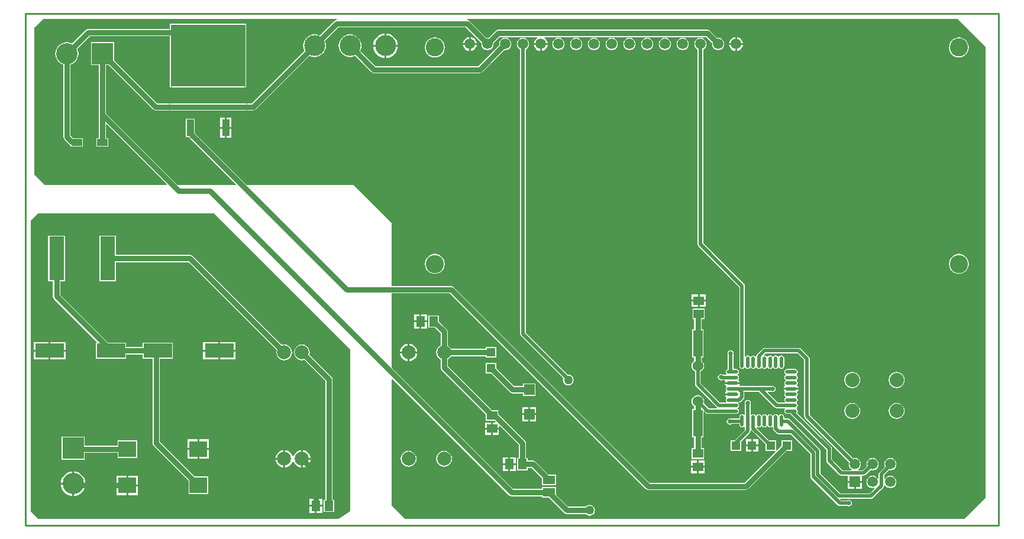
<source format=gtl>
%FSTAX23Y23*%
%MOIN*%
%SFA1B1*%

%IPPOS*%
%ADD10R,0.084645X0.248031*%
%ADD11R,0.059055X0.059055*%
%ADD12R,0.070000X0.050000*%
%ADD13R,0.051181X0.059055*%
%ADD14R,0.161417X0.078740*%
%ADD15R,0.100000X0.090000*%
%ADD16R,0.050000X0.050000*%
%ADD17R,0.059055X0.051181*%
%ADD18R,0.041339X0.094488*%
%ADD19R,0.419291X0.350393*%
%ADD20R,0.050000X0.050000*%
%ADD21O,0.064960X0.021654*%
%ADD22O,0.021654X0.064960*%
%ADD23R,0.055000X0.150000*%
%ADD24R,0.059055X0.039370*%
%ADD25C,0.020000*%
%ADD26C,0.030000*%
%ADD27C,0.003937*%
%ADD28C,0.010000*%
%ADD29C,0.078740*%
%ADD30C,0.059055*%
%ADD31R,0.059055X0.059055*%
%ADD32C,0.060000*%
%ADD33C,0.080000*%
%ADD34C,0.118110*%
%ADD35R,0.120000X0.120000*%
%ADD36C,0.120000*%
%ADD37R,0.120000X0.120000*%
%ADD38C,0.102362*%
%ADD39C,0.025000*%
%ADD40C,0.050000*%
%LNdesafio_hardware_firmware_nathania-1*%
%LPD*%
G36*
X06765Y04965D02*
X0692Y0481D01*
Y02265*
X068Y02145*
X0365*
X03575Y0222*
Y02934*
X03579Y02936*
X04235Y0228*
X04242Y02276*
X0425Y02274*
X0442*
Y02265*
X04461*
X04545Y0218*
Y0218*
X04552Y02176*
X0456Y02174*
X04667*
X04668Y02173*
X04674Y02168*
X04682Y02165*
X0469Y02164*
X04697Y02165*
X04705Y02168*
X04711Y02173*
X04716Y02179*
X04719Y02187*
X0472Y02195*
X04719Y02202*
X04716Y0221*
X04711Y02216*
X04705Y02221*
X04697Y02224*
X0469Y02225*
X04682Y02224*
X04674Y02221*
X04668Y02216*
X04667Y02215*
X04568*
X045Y02283*
Y02325*
X0442*
Y02315*
X04258*
X03575Y02998*
Y03419*
X03901*
X05005Y02315*
X05012Y02311*
X0502Y02309*
X0557*
X05577Y02311*
X05584Y02315*
X05798Y0253*
X0583*
Y0259*
X0577*
Y02558*
X05745Y02533*
X0574Y02535*
Y0259*
X05701*
X05631Y0266*
X05631Y02661*
X05636Y02664*
X05636Y02664*
X05638Y02663*
X05644Y02661*
X0565Y02663*
X05655Y02666*
X05656Y02668*
X05663*
X05664Y02666*
X05669Y02663*
X05675Y02661*
X05681Y02663*
X05687Y02666*
X05688Y02668*
X05694*
X05695Y02666*
X05701Y02663*
X05707Y02661*
X05713Y02663*
X05718Y02666*
X05719Y02666*
X05723Y02664*
Y02656*
X05724Y0265*
X05727Y02645*
X05744Y02629*
X05749Y02625*
X05755Y02624*
X05823*
X05934Y02513*
Y02385*
X05935Y02379*
X05939Y02374*
X06089Y02224*
X06094Y0222*
X061Y02219*
X06141*
X06143Y02218*
X0615Y02217*
X06156Y02218*
X06162Y02222*
X06166Y02228*
X06167Y02235*
X06166Y02241*
X06162Y02247*
X06156Y02251*
X0615Y02252*
X06143Y02251*
X06141Y0225*
X06106*
X06101Y02255*
X06103Y02259*
X06275*
X0628Y0226*
X06285Y02264*
X06345Y02324*
X06349Y02329*
X0635Y02334*
Y02335*
X06353Y02336*
X06355Y02336*
X0636Y0233*
X06367Y02324*
X06375Y02321*
X06385Y0232*
X06394Y02321*
X06402Y02324*
X06409Y0233*
X06415Y02337*
X06418Y02345*
X06419Y02355*
X06418Y02364*
X06415Y02372*
X06409Y02379*
X06402Y02385*
X06394Y02388*
X06385Y02389*
X06375Y02388*
X06367Y02385*
X0636Y02379*
X06355Y02373*
X06353Y02373*
X0635Y02374*
Y02393*
X06377Y02421*
X06385Y0242*
X06394Y02421*
X06402Y02424*
X06409Y0243*
X06415Y02437*
X06418Y02445*
X06419Y02455*
X06418Y02464*
X06415Y02472*
X06409Y02479*
X06402Y02485*
X06394Y02488*
X06385Y02489*
X06375Y02488*
X06367Y02485*
X0636Y02479*
X06354Y02472*
X06351Y02464*
X0635Y02455*
X06351Y02445*
X06353Y0244*
X06324Y0241*
X0632Y02405*
X06319Y024*
Y02374*
X06316Y02373*
X06314Y02373*
X06309Y02379*
X06302Y02385*
X06294Y02388*
X06285Y02389*
X06275Y02388*
X06267Y02385*
X0626Y02379*
X06254Y02372*
X06251Y02364*
X0625Y02355*
X06251Y02345*
X06254Y02337*
X0626Y0233*
X06267Y02324*
X06275Y02321*
X06285Y0232*
X06292Y02321*
X06295Y02316*
X06268Y0229*
X06101*
X0599Y02401*
Y0253*
X05989Y02536*
X05985Y02541*
X05818Y02708*
X05813Y02711*
X05807Y02712*
X05786*
Y02721*
X05785Y02727*
X05781Y02732*
X05776Y02736*
X0577Y02737*
X05764Y02736*
X05758Y02732*
X05757Y0273*
X05751*
X0575Y02732*
X05744Y02736*
X05738Y02737*
X05732Y02736*
X05727Y02732*
X05726Y0273*
X05719*
X05718Y02732*
X05713Y02736*
X05707Y02737*
X05701Y02736*
X05695Y02732*
X05694Y0273*
X05688*
X05687Y02732*
X05681Y02736*
X05675Y02737*
X05669Y02736*
X05664Y02732*
X05663Y0273*
X05656*
X05655Y02732*
X0565Y02736*
X05644Y02737*
X05638Y02736*
X05632Y02732*
X05631Y0273*
X05625*
X05624Y02732*
X05618Y02736*
X05612Y02737*
X05606Y02736*
X05601Y02732*
X056Y02733*
X05596Y02734*
Y0279*
X05597Y02791*
X05599Y02798*
X05597Y02805*
X05593Y02811*
X05588Y02815*
X05581Y02816*
X05574Y02815*
X05568Y02811*
X05564Y02805*
X05563Y02798*
X05564Y02791*
X05565Y0279*
Y02734*
X05562Y02733*
X0556Y02732*
X05555Y02736*
X05549Y02737*
X05543Y02736*
X05538Y02732*
X05534Y02727*
X05533Y02721*
Y02712*
X05482*
X05481Y02712*
X0548Y02712*
X05473Y02711*
X05467Y02707*
X05463Y02701*
X05462Y02695*
X05463Y02688*
X05467Y02682*
X05473Y02678*
X0548Y02677*
X05486Y02678*
X05492Y02682*
X05533*
Y02677*
X05534Y02671*
X05538Y02666*
X05543Y02663*
X05549Y02661*
X05555Y02663*
X0556Y02666*
X05562Y02666*
X05565Y02664*
Y02647*
X05508Y0259*
X05485*
Y0253*
X05545*
Y02583*
X05592Y0263*
X05595Y02635*
X05596Y02641*
Y02645*
X05601Y02647*
X05601Y02646*
X0568Y02568*
Y0253*
X05734*
X05736Y02525*
X05561Y0235*
X05028*
X03924Y03454*
X03917Y03458*
X0391Y0346*
X03575*
Y03815*
X0336Y0403*
X02758*
X02465Y04323*
Y04404*
X02414*
Y043*
X02431*
X02696Y04034*
X02694Y0403*
X02368*
X01965Y04433*
Y04705*
X01981*
X0223Y04455*
X02237Y04451*
X02245Y04449*
X02795*
X02802Y04451*
X02809Y04455*
X03111Y04757*
X03115Y04755*
X03127Y04751*
X0314Y0475*
X03152Y04751*
X03164Y04755*
X03175Y04761*
X03185Y04769*
X03193Y04779*
X03199Y0479*
X03203Y04802*
X03204Y04815*
X03203Y04827*
X03199Y04839*
X03197Y04843*
X03273Y04919*
X03991*
X0408Y0483*
X0408Y04825*
X04081Y04815*
X04084Y04807*
X0409Y048*
X04097Y04794*
X04105Y04791*
X04115Y0479*
X04124Y04791*
X04132Y04794*
X04139Y048*
X04145Y04807*
X04148Y04815*
X04149Y04825*
X04149Y0483*
X04183Y04864*
X04213*
X04213Y04859*
X04211Y04859*
X04205Y04858*
X04197Y04855*
X0419Y04849*
X04184Y04842*
X04181Y04834*
X0418Y04825*
X0418Y04819*
X04061Y047*
X03483*
X03397Y04786*
X03399Y0479*
X03403Y04802*
X03404Y04815*
X03403Y04827*
X03399Y04839*
X03393Y0485*
X03385Y0486*
X03375Y04868*
X03364Y04874*
X03352Y04878*
X0334Y04879*
X03327Y04878*
X03315Y04874*
X03304Y04868*
X03294Y0486*
X03286Y0485*
X0328Y04839*
X03276Y04827*
X03275Y04815*
X03276Y04802*
X0328Y0479*
X03286Y04779*
X03294Y04769*
X03304Y04761*
X03315Y04755*
X03327Y04751*
X0334Y0475*
X03352Y04751*
X03364Y04755*
X03368Y04757*
X0346Y04665*
X03467Y04661*
X03475Y04659*
X0407*
X04077Y04661*
X04084Y04665*
X04209Y0479*
X04215Y0479*
X04224Y04791*
X04232Y04794*
X04239Y048*
X04245Y04807*
X04248Y04815*
X04249Y04825*
X04248Y04834*
X04245Y04842*
X04239Y04849*
X04232Y04855*
X04224Y04858*
X04218Y04859*
X04216Y04859*
X04216Y04864*
X04313*
X04313Y04859*
X04311Y04859*
X04305Y04858*
X04297Y04855*
X0429Y04849*
X04284Y04842*
X04281Y04834*
X0428Y04825*
X04281Y04815*
X04284Y04807*
X0429Y048*
X04297Y04794*
X04299Y04793*
Y0319*
X043Y03184*
X04304Y03179*
X04542Y02941*
X0454Y02937*
X04539Y0293*
X0454Y02922*
X04543Y02914*
X04548Y02908*
X04554Y02903*
X04562Y029*
X0457Y02899*
X04577Y029*
X04585Y02903*
X04591Y02908*
X04596Y02914*
X04599Y02922*
X046Y0293*
X04599Y02937*
X04596Y02945*
X04591Y02951*
X04585Y02956*
X04577Y02959*
X0457Y0296*
X04566Y02959*
X0433Y03196*
Y04793*
X04332Y04794*
X04339Y048*
X04345Y04807*
X04348Y04815*
X04349Y04825*
X04348Y04834*
X04345Y04842*
X04339Y04849*
X04332Y04855*
X04324Y04858*
X04318Y04859*
X04316Y04859*
X04316Y04864*
X04394*
X04395Y04859*
X04395Y04859*
X04386Y04853*
X0438Y04844*
X04376Y04835*
X04375Y0483*
X04454*
X04453Y04835*
X04449Y04844*
X04443Y04853*
X04434Y04859*
X04434Y04859*
X04435Y04864*
X04513*
X04513Y04859*
X04511Y04859*
X04505Y04858*
X04497Y04855*
X0449Y04849*
X04484Y04842*
X04481Y04834*
X0448Y04825*
X04481Y04815*
X04484Y04807*
X0449Y048*
X04497Y04794*
X04505Y04791*
X04515Y0479*
X04524Y04791*
X04532Y04794*
X04539Y048*
X04545Y04807*
X04548Y04815*
X04549Y04825*
X04548Y04834*
X04545Y04842*
X04539Y04849*
X04532Y04855*
X04524Y04858*
X04518Y04859*
X04516Y04859*
X04516Y04864*
X04613*
X04613Y04859*
X04611Y04859*
X04605Y04858*
X04597Y04855*
X0459Y04849*
X04584Y04842*
X04581Y04834*
X0458Y04825*
X04581Y04815*
X04584Y04807*
X0459Y048*
X04597Y04794*
X04605Y04791*
X04615Y0479*
X04624Y04791*
X04632Y04794*
X04639Y048*
X04645Y04807*
X04648Y04815*
X04649Y04825*
X04648Y04834*
X04645Y04842*
X04639Y04849*
X04632Y04855*
X04624Y04858*
X04618Y04859*
X04616Y04859*
X04616Y04864*
X04713*
X04713Y04859*
X04711Y04859*
X04705Y04858*
X04697Y04855*
X0469Y04849*
X04684Y04842*
X04681Y04834*
X0468Y04825*
X04681Y04815*
X04684Y04807*
X0469Y048*
X04697Y04794*
X04705Y04791*
X04715Y0479*
X04724Y04791*
X04732Y04794*
X04739Y048*
X04745Y04807*
X04748Y04815*
X04749Y04825*
X04748Y04834*
X04745Y04842*
X04739Y04849*
X04732Y04855*
X04724Y04858*
X04718Y04859*
X04716Y04859*
X04716Y04864*
X04813*
X04813Y04859*
X04811Y04859*
X04805Y04858*
X04797Y04855*
X0479Y04849*
X04784Y04842*
X04781Y04834*
X0478Y04825*
X04781Y04815*
X04784Y04807*
X0479Y048*
X04797Y04794*
X04805Y04791*
X04815Y0479*
X04824Y04791*
X04832Y04794*
X04839Y048*
X04845Y04807*
X04848Y04815*
X04849Y04825*
X04848Y04834*
X04845Y04842*
X04839Y04849*
X04832Y04855*
X04824Y04858*
X04818Y04859*
X04816Y04859*
X04816Y04864*
X04913*
X04913Y04859*
X04911Y04859*
X04905Y04858*
X04897Y04855*
X0489Y04849*
X04884Y04842*
X04881Y04834*
X0488Y04825*
X04881Y04815*
X04884Y04807*
X0489Y048*
X04897Y04794*
X04905Y04791*
X04915Y0479*
X04924Y04791*
X04932Y04794*
X04939Y048*
X04945Y04807*
X04948Y04815*
X04949Y04825*
X04948Y04834*
X04945Y04842*
X04939Y04849*
X04932Y04855*
X04924Y04858*
X04918Y04859*
X04916Y04859*
X04916Y04864*
X05013*
X05013Y04859*
X05011Y04859*
X05005Y04858*
X04997Y04855*
X0499Y04849*
X04984Y04842*
X04981Y04834*
X0498Y04825*
X04981Y04815*
X04984Y04807*
X0499Y048*
X04997Y04794*
X05005Y04791*
X05015Y0479*
X05024Y04791*
X05032Y04794*
X05039Y048*
X05045Y04807*
X05048Y04815*
X05049Y04825*
X05048Y04834*
X05045Y04842*
X05039Y04849*
X05032Y04855*
X05024Y04858*
X05018Y04859*
X05016Y04859*
X05016Y04864*
X05113*
X05113Y04859*
X05111Y04859*
X05105Y04858*
X05097Y04855*
X0509Y04849*
X05084Y04842*
X05081Y04834*
X0508Y04825*
X05081Y04815*
X05084Y04807*
X0509Y048*
X05097Y04794*
X05105Y04791*
X05115Y0479*
X05124Y04791*
X05132Y04794*
X05139Y048*
X05145Y04807*
X05148Y04815*
X05149Y04825*
X05148Y04834*
X05145Y04842*
X05139Y04849*
X05132Y04855*
X05124Y04858*
X05118Y04859*
X05116Y04859*
X05116Y04864*
X05213*
X05213Y04859*
X05211Y04859*
X05205Y04858*
X05197Y04855*
X0519Y04849*
X05184Y04842*
X05181Y04834*
X0518Y04825*
X05181Y04815*
X05184Y04807*
X0519Y048*
X05197Y04794*
X05205Y04791*
X05215Y0479*
X05224Y04791*
X05232Y04794*
X05239Y048*
X05245Y04807*
X05248Y04815*
X05249Y04825*
X05248Y04834*
X05245Y04842*
X05239Y04849*
X05232Y04855*
X05224Y04858*
X05218Y04859*
X05216Y04859*
X05216Y04864*
X05313*
X05313Y04859*
X05311Y04859*
X05305Y04858*
X05297Y04855*
X0529Y04849*
X05284Y04842*
X05281Y04834*
X0528Y04825*
X05281Y04815*
X05284Y04807*
X0529Y048*
X05297Y04794*
X05299Y04793*
Y03695*
X053Y03689*
X05304Y03684*
X05534Y03453*
Y03056*
X05533Y03052*
Y03008*
X05534Y03002*
X05538Y02997*
X05543Y02993*
X05549Y02992*
X05555Y02993*
X05561Y02997*
X05562Y02999*
X05568*
X05569Y02997*
X05575Y02993*
X05581Y02992*
X05587Y02993*
X05592Y02997*
X05594Y02999*
X056*
X05601Y02997*
X05606Y02993*
X05612Y02992*
X05618Y02993*
X05624Y02997*
X05625Y02999*
X05631*
X05632Y02997*
X05638Y02993*
X05644Y02992*
X0565Y02993*
X05655Y02997*
X05656Y02999*
X05663*
X05664Y02997*
X05669Y02993*
X05675Y02992*
X05681Y02993*
X05687Y02997*
X05688Y02999*
X05694*
X05695Y02997*
X05701Y02993*
X05707Y02992*
X05713Y02993*
X05718Y02997*
X05719Y02999*
X05726*
X05727Y02997*
X05732Y02993*
X05738Y02992*
X05744Y02993*
X0575Y02997*
X05751Y02999*
X05757*
X05758Y02997*
X05764Y02993*
X0577Y02992*
X05776Y02993*
X05781Y02997*
X05785Y03002*
X05786Y03008*
Y03052*
X05785Y03058*
X05781Y03063*
X05776Y03066*
X0577Y03068*
X05764Y03066*
X05758Y03063*
X05757Y03061*
X05751*
X0575Y03063*
X05744Y03066*
X05738Y03068*
X05732Y03066*
X05727Y03063*
X05726Y03061*
X05719*
X05718Y03063*
X05713Y03066*
X05707Y03068*
X05701Y03066*
X05695Y03063*
X05694Y03061*
X05688*
X05687Y03063*
X05681Y03066*
X05676Y03067*
X05675Y0307*
X05674Y03073*
X05681Y0308*
X05863*
X05899Y03043*
Y02725*
X059Y02719*
X05904Y02714*
X06152Y02466*
X06151Y02464*
X0615Y02455*
X06151Y02445*
X06154Y02437*
X0616Y0243*
X06166Y02425*
X06164Y0242*
X06115*
X06055Y02481*
Y02541*
X06054Y02547*
X0605Y02552*
X05859Y02744*
X05861Y02748*
X05863Y02754*
X05861Y0276*
X05858Y02766*
X05856Y02767*
Y02773*
X05858Y02774*
X05861Y0278*
X05863Y02786*
X05861Y02792*
X05858Y02797*
X05856Y02799*
Y02805*
X05858Y02806*
X05861Y02811*
X05863Y02817*
X05861Y02823*
X05858Y02829*
X05856Y0283*
Y02836*
X05858Y02837*
X05861Y02843*
X05863Y02849*
X05861Y02855*
X05859Y02858*
X0586Y02864*
X05862Y02865*
X05866Y02872*
X05867Y02875*
X05825*
X05783*
X05784Y02872*
X05788Y02865*
X0579Y02864*
X0579Y02858*
X05788Y02855*
X05787Y02849*
X05788Y02843*
X05792Y02837*
X05794Y02836*
Y0283*
X05792Y02829*
X05788Y02823*
X05787Y02817*
X05788Y02811*
X05792Y02806*
X05791Y02805*
X0579Y02801*
X0575*
X05691Y0286*
X05693Y02864*
X05711*
X05713Y02863*
X0572Y02862*
X05726Y02863*
X05732Y02867*
X05736Y02873*
X05737Y0288*
X05736Y02886*
X05732Y02892*
X05726Y02896*
X0572Y02897*
X05713Y02896*
X05711Y02895*
X05536*
X05534Y02898*
X05533Y029*
X05535Y02904*
X05536Y02907*
X05494*
X05452*
X05453Y02904*
X05457Y02897*
X05459Y02896*
X0546Y02889*
X05458Y02886*
X05456Y0288*
X05458Y02874*
X0546Y02871*
X05459Y02865*
X05457Y02864*
X05453Y02857*
X05452Y02854*
X05494*
Y02844*
X05452*
X05453Y02841*
X05457Y02834*
X05459Y02833*
X0546Y02826*
X05458Y02823*
X05456Y02817*
X05458Y02811*
X05461Y02806*
X05461Y02805*
X05459Y02801*
X05425*
X05315Y02911*
Y02978*
X05317Y02979*
X05324Y02985*
X0533Y02992*
X05334Y03*
X05335Y0301*
X05334Y03019*
X0533Y03027*
X05324Y03034*
X0532Y03038*
Y03055*
X05332*
Y03215*
X0532*
Y03272*
X05339*
Y03333*
X0527*
Y03272*
X05279*
Y03215*
X05267*
Y03055*
X05279*
Y03038*
X05275Y03034*
X05269Y03027*
X05265Y03019*
X05264Y0301*
X05265Y03*
X05269Y02992*
X05275Y02985*
X05282Y02979*
X05284Y02978*
Y02905*
X05285Y02899*
X05289Y02894*
X05407Y02775*
X05408Y02774*
X05407Y02769*
X05361*
X05333Y02798*
X05334Y028*
X05335Y0281*
X05334Y02819*
X0533Y02827*
X05324Y02834*
X05317Y0284*
X05309Y02844*
X053Y02845*
X0529Y02844*
X05282Y0284*
X05275Y02834*
X05269Y02827*
X05265Y02819*
X05264Y0281*
X05265Y028*
X05269Y02792*
X05275Y02785*
X05279Y02781*
Y02765*
X05267*
Y02605*
X05279*
Y02545*
X05265*
Y02484*
X05334*
Y02545*
X0532*
Y02605*
X05332*
Y02749*
X05337Y02751*
X05344Y02743*
X05349Y0274*
X05355Y02739*
X0547*
X05472Y02738*
X05516*
X05522Y02739*
X05527Y02743*
X05531Y02748*
X05532Y02754*
X05531Y0276*
X05527Y02766*
X05525Y02767*
Y02773*
X05527Y02774*
X05531Y0278*
X05532Y02786*
X05531Y02792*
X05527Y02797*
X05528Y02798*
X05529Y02802*
X05532*
X05538Y02803*
X05543Y02806*
X05557Y02821*
X05561Y02826*
X05562Y02832*
Y02864*
X05562Y02864*
X05643*
X05732Y02775*
X05737Y02772*
X05743Y0277*
X0579*
X05791Y02767*
X05792Y02765*
X05788Y0276*
X05787Y02754*
X05788Y02748*
X05792Y02743*
X05797Y02739*
X05803Y02738*
X05821*
X06024Y02535*
Y02475*
X06025Y02469*
X06029Y02464*
X06098Y02394*
X06103Y02391*
X06109Y0239*
X06145*
Y0236*
X06224*
Y0239*
X06235*
X06241Y02391*
X06246Y02394*
X06273Y02422*
X06275Y02421*
X06285Y0242*
X06294Y02421*
X06302Y02424*
X06309Y0243*
X06315Y02437*
X06318Y02445*
X06319Y02455*
X06318Y02464*
X06315Y02472*
X06309Y02479*
X06302Y02485*
X06294Y02488*
X06285Y02489*
X06275Y02488*
X06267Y02485*
X0626Y02479*
X06254Y02472*
X06251Y02464*
X0625Y02455*
X06251Y02445*
X06252Y02443*
X06229Y0242*
X06205*
X06203Y02425*
X06209Y0243*
X06215Y02437*
X06218Y02445*
X06219Y02455*
X06218Y02464*
X06215Y02472*
X06209Y02479*
X06202Y02485*
X06194Y02488*
X06185Y02489*
X06175Y02488*
X06173Y02487*
X0593Y02731*
Y0305*
X05929Y03055*
X05925Y0306*
X0588Y03106*
X05875Y03109*
X05869Y0311*
X05675*
X05669Y03109*
X05664Y03106*
X05633Y03075*
X0563Y0307*
X05629Y03065*
X05626Y03063*
X05623Y03063*
X05618Y03066*
X05612Y03068*
X05606Y03066*
X05601Y03063*
X056Y03061*
X05594*
X05592Y03063*
X05587Y03066*
X05581Y03068*
X05575Y03066*
X0557Y03063*
X05568Y03063*
X05565Y03065*
Y0346*
X05563Y03466*
X0556Y03471*
X0533Y03701*
Y04793*
X05332Y04794*
X05339Y048*
X05345Y04807*
X05348Y04815*
X05349Y04825*
X05348Y04834*
X05345Y04842*
X05339Y04849*
X05332Y04855*
X05324Y04858*
X05318Y04859*
X05316Y04859*
X05316Y04864*
X05346*
X0538Y0483*
X0538Y04825*
X05381Y04815*
X05384Y04807*
X0539Y048*
X05397Y04794*
X05405Y04791*
X05415Y0479*
X05424Y04791*
X05432Y04794*
X05439Y048*
X05445Y04807*
X05448Y04815*
X05449Y04825*
X05448Y04834*
X05445Y04842*
X05439Y04849*
X05432Y04855*
X05424Y04858*
X05415Y04859*
X05409Y04859*
X05369Y04899*
X05362Y04903*
X05355Y04905*
X04175*
X04167Y04903*
X0416Y04899*
X0412Y04859*
X04115Y04859*
X04109Y04859*
X04014Y04954*
X04007Y04958*
X04001Y0496*
X04001Y04965*
X06765*
G37*
G36*
X0334Y03104D02*
Y0219D01*
X0328Y0215*
X03265Y02145*
X01585*
X0154Y0219*
Y0383*
X0158Y0387*
X02575*
X0334Y03104*
G37*
G36*
X03263Y04965D02*
X03263Y0496D01*
X03257Y04958*
X0325Y04954*
X03168Y04872*
X03164Y04874*
X03152Y04878*
X0314Y04879*
X03127Y04878*
X03115Y04874*
X03104Y04868*
X03094Y0486*
X03086Y0485*
X0308Y04839*
X03076Y04827*
X03075Y04815*
X03076Y04802*
X0308Y0479*
X03082Y04786*
X02786Y0449*
X02253*
X0201Y04733*
Y04835*
X0188*
Y04705*
X01924*
Y04425*
Y04294*
X0191*
Y04245*
X01979*
Y04294*
X01965*
Y04369*
X0197Y04371*
X02306Y04034*
X02304Y0403*
X0162*
X0156Y0409*
Y0492*
X01565*
X0161Y04965*
X03263*
G37*
%LNdesafio_hardware_firmware_nathania-2*%
%LPC*%
G36*
X0564Y02555D02*
X0561D01*
Y02525*
X0564*
Y02555*
G37*
G36*
X056D02*
X0557D01*
Y02525*
X056*
Y02555*
G37*
G36*
X04273Y02494D02*
X04242D01*
Y0246*
X04273*
Y02494*
G37*
G36*
X04232D02*
X04202D01*
Y0246*
X04232*
Y02494*
G37*
G36*
X05339Y02475D02*
X05305D01*
Y02445*
X05339*
Y02475*
G37*
G36*
X0617Y028D02*
X06158Y02798D01*
X06147Y02794*
X06137Y02787*
X0613Y02777*
X06126Y02766*
X06124Y02755*
X06126Y02743*
X0613Y02732*
X06137Y02722*
X06147Y02715*
X06158Y02711*
X0617Y02709*
X06181Y02711*
X06192Y02715*
X06202Y02722*
X06209Y02732*
X06213Y02743*
X06215Y02755*
X06213Y02766*
X06209Y02777*
X06202Y02787*
X06192Y02794*
X06181Y02798*
X0617Y028*
G37*
G36*
X04389Y02732D02*
X04355D01*
Y02697*
X04389*
Y02732*
G37*
G36*
X04345D02*
X0431D01*
Y02697*
X04345*
Y02732*
G37*
G36*
X04389Y02776D02*
X04355D01*
Y02742*
X04389*
Y02776*
G37*
G36*
X04345D02*
X0431D01*
Y02742*
X04345*
Y02776*
G37*
G36*
X0642Y028D02*
X06408Y02798D01*
X06397Y02794*
X06387Y02787*
X0638Y02777*
X06376Y02766*
X06374Y02755*
X06376Y02743*
X0638Y02732*
X06387Y02722*
X06397Y02715*
X06408Y02711*
X0642Y02709*
X06431Y02711*
X06442Y02715*
X06452Y02722*
X06459Y02732*
X06463Y02743*
X06465Y02755*
X06463Y02766*
X06459Y02777*
X06452Y02787*
X06442Y02794*
X06431Y02798*
X0642Y028*
G37*
G36*
X0564Y02595D02*
X0561D01*
Y02565*
X0564*
Y02595*
G37*
G36*
X056D02*
X0557D01*
Y02565*
X056*
Y02595*
G37*
G36*
X04135Y0269D02*
X041D01*
Y0266*
X04135*
Y0269*
G37*
G36*
X04179Y0265D02*
X04145D01*
Y02619*
X04179*
Y0265*
G37*
G36*
X04135D02*
X041D01*
Y02619*
X04135*
Y0265*
G37*
G36*
X05295Y02475D02*
X0526D01*
Y02445*
X05295*
Y02475*
G37*
G36*
X06224Y0235D02*
X0619D01*
Y02315*
X06224*
Y0235*
G37*
G36*
X0618D02*
X06145D01*
Y02315*
X0618*
Y0235*
G37*
G36*
X04273Y0245D02*
X04242D01*
Y02415*
X04273*
Y0245*
G37*
G36*
X04232D02*
X04202D01*
Y02415*
X04232*
Y0245*
G37*
G36*
X0387Y02529D02*
X03858Y02528D01*
X03848Y02523*
X03838Y02516*
X03831Y02507*
X03827Y02496*
X03825Y02485*
X03827Y02473*
X03831Y02462*
X03838Y02453*
X03848Y02446*
X03858Y02441*
X0387Y0244*
X03881Y02441*
X03892Y02446*
X03902Y02453*
X03909Y02462*
X03913Y02473*
X03915Y02485*
X03913Y02496*
X03909Y02507*
X03902Y02516*
X03892Y02523*
X03881Y02528*
X0387Y02529*
G37*
G36*
X0367D02*
X03658Y02528D01*
X03648Y02523*
X03638Y02516*
X03631Y02507*
X03627Y02496*
X03625Y02485*
X03627Y02473*
X03631Y02462*
X03638Y02453*
X03648Y02446*
X03658Y02441*
X0367Y0244*
X03681Y02441*
X03692Y02446*
X03702Y02453*
X03709Y02462*
X03713Y02473*
X03715Y02485*
X03713Y02496*
X03709Y02507*
X03702Y02516*
X03692Y02523*
X03681Y02528*
X0367Y02529*
G37*
G36*
X05339Y02435D02*
X05305D01*
Y02404*
X05339*
Y02435*
G37*
G36*
X05295D02*
X0526D01*
Y02404*
X05295*
Y02435*
G37*
G36*
X0267Y04409D02*
X02645D01*
Y04357*
X0267*
Y04409*
G37*
G36*
X02635D02*
X02609D01*
Y04357*
X02635*
Y04409*
G37*
G36*
X03818Y04861D02*
X03803Y0486D01*
X03789Y04854*
X03778Y04845*
X03769Y04833*
X03763Y04819*
X03761Y04805*
X03763Y0479*
X03769Y04776*
X03778Y04765*
X03789Y04756*
X03803Y0475*
X03818Y04748*
X03832Y0475*
X03846Y04756*
X03858Y04765*
X03867Y04776*
X03872Y0479*
X03874Y04805*
X03872Y04819*
X03867Y04833*
X03858Y04845*
X03846Y04854*
X03832Y0486*
X03818Y04861*
G37*
G36*
X03608Y0481D02*
X03545D01*
Y04746*
X03553Y04746*
X03566Y0475*
X03578Y04757*
X03589Y04765*
X03597Y04776*
X03604Y04788*
X03608Y04801*
X03608Y0481*
G37*
G36*
X03535D02*
X03471D01*
X03471Y04801*
X03475Y04788*
X03482Y04776*
X0349Y04765*
X03501Y04757*
X03513Y0475*
X03526Y04746*
X03535Y04746*
Y0481*
G37*
G36*
X03818Y03641D02*
X03803Y03639D01*
X03789Y03633*
X03778Y03624*
X03769Y03613*
X03763Y03599*
X03761Y03584*
X03763Y0357*
X03769Y03556*
X03778Y03544*
X03789Y03535*
X03803Y0353*
X03818Y03528*
X03832Y0353*
X03846Y03535*
X03858Y03544*
X03867Y03556*
X03872Y0357*
X03874Y03584*
X03872Y03599*
X03867Y03613*
X03858Y03624*
X03846Y03633*
X03832Y03639*
X03818Y03641*
G37*
G36*
X05344Y03412D02*
X0531D01*
Y03382*
X05344*
Y03412*
G37*
G36*
X053D02*
X05265D01*
Y03382*
X053*
Y03412*
G37*
G36*
X0267Y04347D02*
X02645D01*
Y04295*
X0267*
Y04347*
G37*
G36*
X02635D02*
X02609D01*
Y04295*
X02635*
Y04347*
G37*
G36*
X0677Y03641D02*
X06756Y03639D01*
X06742Y03633*
X0673Y03624*
X06721Y03613*
X06716Y03599*
X06714Y03584*
X06716Y0357*
X06721Y03556*
X0673Y03544*
X06742Y03535*
X06756Y0353*
X0677Y03528*
X06785Y0353*
X06799Y03535*
X0681Y03544*
X06819Y03556*
X06825Y0357*
X06827Y03584*
X06825Y03599*
X06819Y03613*
X0681Y03624*
X06799Y03633*
X06785Y03639*
X0677Y03641*
G37*
G36*
Y04861D02*
X06756Y0486D01*
X06742Y04854*
X0673Y04845*
X06721Y04833*
X06716Y04819*
X06714Y04805*
X06716Y0479*
X06721Y04776*
X0673Y04765*
X06742Y04756*
X06756Y0475*
X0677Y04748*
X06785Y0475*
X06799Y04756*
X0681Y04765*
X06819Y04776*
X06825Y0479*
X06827Y04805*
X06825Y04819*
X06819Y04833*
X0681Y04845*
X06799Y04854*
X06785Y0486*
X0677Y04861*
G37*
G36*
X0401Y04864D02*
X04004Y04863D01*
X03995Y04859*
X03986Y04853*
X0398Y04844*
X03976Y04835*
X03975Y0483*
X0401*
Y04864*
G37*
G36*
X03545Y04883D02*
Y0482D01*
X03608*
X03608Y04828*
X03604Y04841*
X03597Y04853*
X03589Y04864*
X03578Y04872*
X03566Y04879*
X03553Y04883*
X03545Y04883*
G37*
G36*
X03535D02*
X03526Y04883D01*
X03513Y04879*
X03501Y04872*
X0349Y04864*
X03482Y04853*
X03475Y04841*
X03471Y04828*
X03471Y0482*
X03535*
Y04883*
G37*
G36*
X0552Y04864D02*
Y0483D01*
X05554*
X05553Y04835*
X05549Y04844*
X05543Y04853*
X05534Y04859*
X05525Y04863*
X0552Y04864*
G37*
G36*
X0551D02*
X05504Y04863D01*
X05495Y04859*
X05486Y04853*
X0548Y04844*
X05476Y04835*
X05475Y0483*
X0551*
Y04864*
G37*
G36*
X0402D02*
Y0483D01*
X04054*
X04053Y04835*
X04049Y04844*
X04043Y04853*
X04034Y04859*
X04025Y04863*
X0402Y04864*
G37*
G36*
X0441Y0482D02*
X04375D01*
X04376Y04814*
X0438Y04805*
X04386Y04796*
X04395Y0479*
X04404Y04786*
X0441Y04785*
Y0482*
G37*
G36*
X04054D02*
X0402D01*
Y04785*
X04025Y04786*
X04034Y0479*
X04043Y04796*
X04049Y04805*
X04053Y04814*
X04054Y0482*
G37*
G36*
X0401D02*
X03975D01*
X03976Y04814*
X0398Y04805*
X03986Y04796*
X03995Y0479*
X04004Y04786*
X0401Y04785*
Y0482*
G37*
G36*
X05554D02*
X0552D01*
Y04785*
X05525Y04786*
X05534Y0479*
X05543Y04796*
X05549Y04805*
X05553Y04814*
X05554Y0482*
G37*
G36*
X0551D02*
X05475D01*
X05476Y04814*
X0548Y04805*
X05486Y04796*
X05495Y0479*
X05504Y04786*
X0551Y04785*
Y0482*
G37*
G36*
X04454D02*
X0442D01*
Y04785*
X04425Y04786*
X04434Y0479*
X04443Y04796*
X04449Y04805*
X04453Y04814*
X04454Y0482*
G37*
G36*
X03665Y0308D02*
X03621D01*
X03622Y03072*
X03627Y0306*
X03635Y03049*
X03645Y03041*
X03657Y03036*
X03665Y03035*
Y0308*
G37*
G36*
X0642Y02975D02*
X06408Y02973D01*
X06397Y02969*
X06387Y02962*
X0638Y02952*
X06376Y02941*
X06374Y0293*
X06376Y02918*
X0638Y02907*
X06387Y02897*
X06397Y0289*
X06408Y02886*
X0642Y02884*
X06431Y02886*
X06442Y0289*
X06452Y02897*
X06459Y02907*
X06463Y02918*
X06465Y0293*
X06463Y02941*
X06459Y02952*
X06452Y02962*
X06442Y02969*
X06431Y02973*
X0642Y02975*
G37*
G36*
X0617D02*
X06158Y02973D01*
X06147Y02969*
X06137Y02962*
X0613Y02952*
X06126Y02941*
X06124Y0293*
X06126Y02918*
X0613Y02907*
X06137Y02897*
X06147Y0289*
X06158Y02886*
X0617Y02884*
X06181Y02886*
X06192Y0289*
X06202Y02897*
X06209Y02907*
X06213Y02918*
X06215Y0293*
X06213Y02941*
X06209Y02952*
X06202Y02962*
X06192Y02969*
X06181Y02973*
X0617Y02975*
G37*
G36*
X04165Y03025D02*
X04105D01*
Y02965*
X04136*
X0424Y0286*
X04247Y02856*
X04255Y02854*
X04315*
Y0284*
X04384*
Y02909*
X04315*
Y02895*
X04263*
X04165Y02993*
Y03025*
G37*
G36*
X03719Y0308D02*
X03675D01*
Y03035*
X03683Y03036*
X03695Y03041*
X03705Y03049*
X03713Y0306*
X03718Y03072*
X03719Y0308*
G37*
G36*
X05485Y03097D02*
X05478Y03096D01*
X05472Y03092*
X05468Y03086*
X05467Y0308*
X05468Y03073*
X05469Y03071*
Y0299*
X05466Y0299*
X05461Y02986*
X05458Y02981*
X05456Y02975*
X05458Y02969*
X05461Y02964*
X05461Y02962*
X05459Y02959*
X0544*
X05436Y02961*
X0543Y02962*
X05423Y02961*
X05417Y02957*
X05413Y02951*
X05412Y02945*
X05413Y02938*
X05417Y02932*
X05423Y02928*
X0543Y02927*
X05436Y02928*
X05452*
X05455Y02923*
X05453Y0292*
X05452Y02917*
X05494*
X05536*
X05535Y0292*
X05531Y02927*
X05529Y02928*
X05529Y02934*
X05531Y02937*
X05532Y02943*
X05531Y02949*
X05527Y02955*
X05525Y02956*
Y02962*
X05527Y02963*
X05531Y02969*
X05532Y02975*
X05531Y02981*
X05527Y02986*
X05522Y0299*
X05516Y02991*
X055*
Y03071*
X05501Y03073*
X05502Y0308*
X05501Y03086*
X05497Y03092*
X05491Y03096*
X05485Y03097*
G37*
G36*
X05847Y02991D02*
X05803D01*
X05797Y0299*
X05792Y02986*
X05788Y02981*
X05787Y02975*
X05788Y02969*
X05792Y02963*
X05794Y02962*
Y02956*
X05792Y02955*
X05788Y02949*
X05787Y02943*
X05788Y02937*
X05792Y02932*
X05794Y02931*
Y02924*
X05792Y02923*
X05788Y02918*
X05787Y02912*
X05788Y02906*
X0579Y02903*
X0579Y02896*
X05788Y02895*
X05784Y02888*
X05783Y02885*
X05825*
X05867*
X05866Y02888*
X05862Y02895*
X0586Y02896*
X05859Y02903*
X05861Y02906*
X05863Y02912*
X05861Y02918*
X05858Y02923*
X05856Y02924*
Y02931*
X05858Y02932*
X05861Y02937*
X05863Y02943*
X05861Y02949*
X05858Y02955*
X05856Y02956*
Y02962*
X05858Y02963*
X05861Y02969*
X05863Y02975*
X05861Y02981*
X05858Y02986*
X05853Y0299*
X05847Y02991*
G37*
G36*
X03842Y03294D02*
X03781D01*
Y03225*
X03818*
X0385Y03193*
Y03124*
X03848Y03123*
X03838Y03116*
X03831Y03107*
X03827Y03096*
X03825Y03085*
X03827Y03073*
X03831Y03062*
X03838Y03053*
X03848Y03046*
X0385Y03045*
Y02999*
X03851Y02991*
X03855Y02985*
X04105Y02735*
Y02699*
X04157*
X04161Y02695*
X04159Y0269*
X04145*
Y0266*
X04179*
Y0267*
X04184Y02672*
X04292Y02564*
Y02489*
X04281*
Y0242*
X04342*
Y02434*
X04361*
X0442Y02376*
Y02335*
X045*
Y02395*
X04458*
X04384Y02469*
X04377Y02473*
X0437Y02475*
X04342*
Y02489*
X04332*
Y02573*
X04331Y02581*
X04326Y02587*
X04326*
X04174Y02739*
Y0276*
X04138*
X0389Y03008*
Y03045*
X03892Y03046*
X03902Y03053*
X03909Y03062*
X03909Y03064*
X04105*
Y03055*
X04165*
Y03115*
X04105*
Y03105*
X03909*
X03909Y03107*
X03902Y03116*
X03892Y03123*
X0389Y03124*
Y03202*
X03889Y03209*
X03884Y03216*
X03842Y03258*
Y03294*
G37*
G36*
X03732Y03299D02*
X03702D01*
Y03265*
X03732*
Y03299*
G37*
G36*
X03773Y03255D02*
X03742D01*
Y0322*
X03773*
Y03255*
G37*
G36*
X03732D02*
X03702D01*
Y0322*
X03732*
Y03255*
G37*
G36*
X05344Y03372D02*
X0531D01*
Y03341*
X05344*
Y03372*
G37*
G36*
X053D02*
X05265D01*
Y03341*
X053*
Y03372*
G37*
G36*
X03773Y03299D02*
X03742D01*
Y03265*
X03773*
Y03299*
G37*
G36*
X03675Y03134D02*
Y0309D01*
X03719*
X03718Y03097*
X03713Y03109*
X03705Y0312*
X03695Y03128*
X03683Y03133*
X03675Y03134*
G37*
G36*
X03665D02*
X03657Y03133D01*
X03645Y03128*
X03635Y0312*
X03627Y03109*
X03622Y03097*
X03621Y0309*
X03665*
Y03134*
G37*
G36*
X03074Y02534D02*
Y0249D01*
X03118*
X03117Y02497*
X03112Y02509*
X03104Y0252*
X03094Y02528*
X03082Y02533*
X03074Y02534*
G37*
G36*
X01845Y0261D02*
X01715D01*
Y0248*
X01845*
Y02519*
X0203*
Y0249*
X0214*
Y0259*
X0203*
Y0256*
X01845*
Y0261*
G37*
G36*
X03064Y02534D02*
X03056Y02533D01*
X03044Y02528*
X03034Y0252*
X03026Y02509*
X03022Y02499*
X03016*
X03012Y02509*
X03004Y0252*
X02994Y02528*
X02982Y02533*
X02974Y02534*
Y02485*
Y02435*
X02982Y02436*
X02994Y02441*
X03004Y02449*
X03012Y0246*
X03016Y0247*
X03022*
X03026Y0246*
X03034Y02449*
X03044Y02441*
X03056Y02436*
X03064Y02435*
Y02485*
Y02534*
G37*
G36*
X02964D02*
X02956Y02533D01*
X02944Y02528*
X02934Y0252*
X02926Y02509*
X02921Y02497*
X0292Y0249*
X02964*
Y02534*
G37*
G36*
X02545Y02535D02*
X0249D01*
Y02485*
X02545*
Y02535*
G37*
G36*
X0248D02*
X02425D01*
Y02485*
X0248*
Y02535*
G37*
G36*
Y02595D02*
X02425D01*
Y02545*
X0248*
Y02595*
G37*
G36*
X02545D02*
X0249D01*
Y02545*
X02545*
Y02595*
G37*
G36*
X02145Y0233D02*
X0209D01*
Y0228*
X02145*
Y0233*
G37*
G36*
X0208D02*
X02025D01*
Y0228*
X0208*
Y0233*
G37*
G36*
X01849Y0234D02*
X01785D01*
Y02275*
X01793Y02276*
X01806Y0228*
X01819Y02286*
X01829Y02295*
X01838Y02305*
X01844Y02318*
X01848Y02331*
X01849Y0234*
G37*
G36*
X01733Y03744D02*
X01638D01*
Y03485*
X01665*
Y03401*
X01667Y03394*
X01671Y03387*
X01915Y03143*
X01913Y03139*
X01907*
Y0305*
X02078*
Y03074*
X02171*
Y0305*
X02226*
Y02573*
X02227Y02565*
X02232Y02558*
X0243Y02361*
Y02285*
X0254*
Y02385*
X02463*
X02267Y02581*
Y0305*
X02342*
Y03139*
X02171*
Y03115*
X02078*
Y03139*
X01977*
X01706Y0341*
Y03485*
X01733*
Y03744*
G37*
G36*
X03069Y03129D02*
X03058Y03128D01*
X03047Y03123*
X03037Y03116*
X0303Y03107*
X03026Y03096*
X03024Y03085*
X03026Y03073*
X0303Y03062*
X03037Y03053*
X03047Y03046*
X03058Y03041*
X03069Y0304*
X03081Y03041*
X03083Y03042*
X03202Y02923*
Y02254*
X03191*
Y02185*
X03252*
Y02254*
X03242*
Y02932*
X03241Y0294*
X03236Y02946*
X03112Y03071*
X03112Y03073*
X03114Y03085*
X03112Y03096*
X03108Y03107*
X03101Y03116*
X03091Y03123*
X03081Y03128*
X03069Y03129*
G37*
G36*
X03183Y02215D02*
X03152D01*
Y0218*
X03183*
Y02215*
G37*
G36*
X03142D02*
X03112D01*
Y0218*
X03142*
Y02215*
G37*
G36*
X01775Y0234D02*
X0171D01*
X01711Y02331*
X01715Y02318*
X01721Y02305*
X0173Y02295*
X0174Y02286*
X01753Y0228*
X01766Y02276*
X01775Y02275*
Y0234*
G37*
G36*
X03183Y02259D02*
X03152D01*
Y02225*
X03183*
Y02259*
G37*
G36*
X03142D02*
X03112D01*
Y02225*
X03142*
Y02259*
G37*
G36*
X02964Y0248D02*
X0292D01*
X02921Y02472*
X02926Y0246*
X02934Y02449*
X02944Y02441*
X02956Y02436*
X02964Y02435*
Y0248*
G37*
G36*
X03118D02*
X03074D01*
Y02435*
X03082Y02436*
X03094Y02441*
X03104Y02449*
X03112Y0246*
X03117Y02472*
X03118Y0248*
G37*
G36*
X01775Y02414D02*
X01766Y02413D01*
X01753Y02409*
X0174Y02403*
X0173Y02394*
X01721Y02384*
X01715Y02371*
X01711Y02358*
X0171Y0235*
X01775*
Y02414*
G37*
G36*
X02145Y0239D02*
X0209D01*
Y0234*
X02145*
Y0239*
G37*
G36*
X0208D02*
X02025D01*
Y0234*
X0208*
Y0239*
G37*
G36*
X01785Y02414D02*
Y0235D01*
X01849*
X01848Y02358*
X01844Y02371*
X01838Y02384*
X01829Y02394*
X01819Y02403*
X01806Y02409*
X01793Y02413*
X01785Y02414*
G37*
G36*
X01641Y0309D02*
X01556D01*
Y03045*
X01641*
Y0309*
G37*
G36*
X02021Y03744D02*
X01926D01*
Y03485*
X02021*
Y03594*
X02431*
X02927Y03098*
X02926Y03096*
X02924Y03085*
X02926Y03073*
X0293Y03062*
X02937Y03053*
X02947Y03046*
X02958Y03041*
X02969Y0304*
X02981Y03041*
X02991Y03046*
X03001Y03053*
X03008Y03062*
X03012Y03073*
X03014Y03085*
X03012Y03096*
X03008Y03107*
X03001Y03116*
X02991Y03123*
X02981Y03128*
X02969Y03129*
X02958Y03128*
X02956Y03127*
X02454Y03629*
X02447Y03633*
X02439Y03635*
X02021*
Y03744*
G37*
G36*
X02693Y0309D02*
X02608D01*
Y03045*
X02693*
Y0309*
G37*
G36*
X02598D02*
X02512D01*
Y03045*
X02598*
Y0309*
G37*
G36*
X01737D02*
X01651D01*
Y03045*
X01737*
Y0309*
G37*
G36*
X02598Y03144D02*
X02512D01*
Y031*
X02598*
Y03144*
G37*
G36*
X01737D02*
X01651D01*
Y031*
X01737*
Y03144*
G37*
G36*
X01641D02*
X01556D01*
Y031*
X01641*
Y03144*
G37*
G36*
X02693D02*
X02608D01*
Y031*
X02693*
Y03144*
G37*
G36*
X02754Y04939D02*
X02325D01*
Y0491*
X01865*
X01857Y04908*
X0185Y04904*
X01774Y04828*
X01769Y0483*
X01757Y04834*
X01745Y04835*
X01732Y04834*
X0172Y0483*
X01708Y04824*
X01698Y04816*
X0169Y04806*
X01684Y04794*
X0168Y04782*
X01679Y0477*
X0168Y04757*
X01684Y04745*
X0169Y04733*
X01698Y04723*
X01708Y04715*
X0172Y04709*
X01724Y04708*
Y043*
X01726Y04292*
X0173Y04285*
X01756Y04259*
X01762Y04255*
X01765Y04254*
Y04245*
X01834*
Y04294*
X0179*
X01789Y04294*
X01779*
X01765Y04308*
Y04708*
X01769Y04709*
X01781Y04715*
X01791Y04723*
X01799Y04733*
X01805Y04745*
X01809Y04757*
X0181Y0477*
X01809Y04782*
X01805Y04794*
X01803Y04799*
X01873Y04869*
X02325*
Y04579*
X02754*
Y04939*
G37*
%LNdesafio_hardware_firmware_nathania-3*%
%LPD*%
G54D10*
X01686Y03615D03*
X01973D03*
G54D11*
X0435Y02875D03*
Y02737D03*
G54D12*
X0446Y02295D03*
Y02365D03*
G54D13*
X03222Y0222D03*
X03147D03*
X03812Y0326D03*
X03737D03*
X04312Y02455D03*
X04237D03*
G54D14*
X02603Y03095D03*
X02256D03*
X01646D03*
X01993D03*
G54D15*
X02085Y0254D03*
X02485D03*
X02085Y02335D03*
X02485D03*
G54D16*
X04135Y02995D03*
Y03085D03*
G54D17*
X0414Y0273D03*
Y02655D03*
X053Y0244D03*
Y02515D03*
X05305Y03377D03*
Y03302D03*
G54D18*
X0244Y04352D03*
X0264D03*
G54D19*
X0254Y04759D03*
G54D20*
X058Y0256D03*
X0571D03*
X05515D03*
X05605D03*
G54D21*
X05494Y02975D03*
Y02943D03*
Y02912D03*
Y0288D03*
Y02849D03*
Y02817D03*
Y02786D03*
Y02754D03*
X05825D03*
Y02786D03*
Y02817D03*
Y02849D03*
Y0288D03*
Y02912D03*
Y02943D03*
Y02975D03*
G54D22*
X05549Y02699D03*
X05581D03*
X05612D03*
X05644D03*
X05675D03*
X05707D03*
X05738D03*
X0577D03*
Y0303D03*
X05738D03*
X05707D03*
X05675D03*
X05644D03*
X05612D03*
X05581D03*
X05549D03*
G54D23*
X053Y03135D03*
Y02685D03*
G54D24*
X018Y0427D03*
X01945D03*
G54D25*
X05827Y02754D02*
X0604Y02541D01*
X05531Y0288D02*
X05547Y02864D01*
X05532Y02817D02*
X05547Y02832D01*
Y02864*
X05494Y0288D02*
X0553D01*
X0595Y02385D02*
X061Y02235D01*
X0615*
X0332Y0344D02*
X0333D01*
X05492Y0288D02*
X05494D01*
X053Y0281D02*
X05355Y02754D01*
X053Y02905D02*
Y0301D01*
Y02905D02*
X05418Y02786D01*
X05492*
X05515Y0256D02*
Y02575D01*
X05581Y02641*
X05612Y02657D02*
Y02697D01*
Y02657D02*
X0571Y0256D01*
X04315Y0319D02*
Y04825D01*
X05315Y03695D02*
Y04825D01*
X05485Y02983D02*
Y0308D01*
Y02983D02*
X05492Y02975D01*
X05355Y02754D02*
X05492D01*
X06235Y02405D02*
X06285Y02455D01*
X06385Y0245D02*
Y02455D01*
X06335Y024D02*
X06385Y0245D01*
X06275Y02275D02*
X06335Y02334D01*
Y024*
X05738Y02656D02*
Y02697D01*
Y02656D02*
X05755Y0264D01*
X0583*
X0595Y0252*
X05581Y02798D02*
X05582Y028D01*
X0595Y02385D02*
Y0252D01*
X05549Y03032D02*
Y0346D01*
X05315Y03695D02*
X05549Y0346D01*
X05482Y02697D02*
X05549D01*
X0548Y02695D02*
X05482Y02697D01*
X05915Y02725D02*
Y0305D01*
Y02725D02*
X06185Y02455D01*
X0543Y02945D02*
X05431Y02943D01*
X05492*
X05581Y02641D02*
Y02798D01*
X05743Y02786D02*
X05825D01*
X0565Y0288D02*
X05743Y02786D01*
X05531Y0288D02*
X0565D01*
X0572*
X05492Y02817D02*
X05532D01*
X05869Y03095D02*
X05915Y0305D01*
X0577Y02697D02*
X05807D01*
X05975Y0253*
Y02395D02*
Y0253D01*
Y02395D02*
X06095Y02275D01*
X06275*
X04315Y0319D02*
X04572Y02932D01*
X0604Y02475D02*
Y02541D01*
Y02475D02*
X06109Y02405D01*
X06235*
X05644Y03032D02*
Y03064D01*
X05675Y03095D02*
X05869D01*
X05644Y03064D02*
X05675Y03095D01*
G54D26*
X01745Y0477D02*
X01865Y0489D01*
X01945Y0477D02*
X02245Y0447D01*
X053Y02685D02*
Y0281D01*
Y02515D02*
Y02685D01*
X04312Y02455D02*
Y02573D01*
X0414Y0273D02*
X04155D01*
X04312Y02573*
X02246Y02573D02*
Y03095D01*
X04255Y02875D02*
X0435D01*
X04135Y02995D02*
X04255Y02875D01*
X0255Y03995D02*
X0425Y02295D01*
X0446*
X0456Y02195D02*
X0469D01*
X0446Y02295D02*
X0456Y02195D01*
X0437Y02455D02*
X0446Y02365D01*
X04312Y02455D02*
X0437D01*
X0557Y0233D02*
X058Y0256D01*
X0502Y0233D02*
X0557D01*
X0391Y0344D02*
X0502Y0233D01*
X0333Y0344D02*
X0391D01*
X0244Y0432D02*
X0332Y0344D01*
X0244Y0432D02*
Y04352D01*
X0387Y02999D02*
X0414Y0273D01*
X0387Y02999D02*
Y03085D01*
X04135*
X03812Y0326D02*
X0387Y03202D01*
Y03085D02*
Y03202D01*
X03069Y03085D02*
X03222Y02932D01*
Y0222D02*
Y02932D01*
X03069Y02485D02*
X03147Y02407D01*
Y0222D02*
Y02407D01*
X01686Y03401D02*
X01993Y03095D01*
X01686Y03401D02*
Y03615D01*
X02439D02*
X02969Y03085D01*
X01973Y03615D02*
X02439D01*
X02246Y02573D02*
X02485Y02335D01*
X01993Y03095D02*
X02246D01*
X0178Y02345D02*
X0179Y02335D01*
X0178Y02545D02*
X01785Y0254D01*
X05355Y04885D02*
X05415Y04825D01*
X04175Y04885D02*
X05355D01*
X04115Y04825D02*
X04175Y04885D01*
X0407Y0468D02*
X04215Y04825D01*
X053Y03297D02*
X05305Y03302D01*
X053Y03135D02*
Y03297D01*
Y0301D02*
Y03135D01*
X01865Y0489D02*
X02409D01*
X0254Y04759*
X01785Y0254D02*
X02085D01*
X0179Y02335D02*
X02085D01*
X02795Y0447D02*
X0314Y04815D01*
X02245Y0447D02*
X02795D01*
X0314Y04815D02*
X03264Y04939D01*
X0334Y04815D02*
X03475Y0468D01*
X0407*
X03264Y04939D02*
X04D01*
X04115Y04825*
X01745Y043D02*
Y0477D01*
X0177Y04274D02*
X01789D01*
X01745Y043D02*
X0177Y04274D01*
X01945Y04284D02*
Y04425D01*
Y0477*
Y04425D02*
X02375Y03995D01*
X0255*
X01934Y04274D02*
X01945Y04284D01*
G54D27*
X04342Y02806D02*
X04357D01*
X0435Y02798D02*
Y02813D01*
X02332Y04513D02*
X02747D01*
X02332Y04868D02*
X02747D01*
X02332Y04513D02*
Y04868D01*
X02747Y04513D02*
Y04868D01*
X02321Y04295D02*
X02758D01*
X02321Y04944D02*
X02758D01*
X02321Y04295D02*
Y04944D01*
X02758Y04295D02*
Y04944D01*
X0254Y046D02*
Y04639D01*
X0252Y0462D02*
X02559D01*
G54D28*
X0151Y04995D02*
X06995D01*
Y0211D02*
Y04995D01*
X0151Y0211D02*
X06995D01*
X0151D02*
Y04995D01*
G54D29*
X02969Y02485D03*
X03069D03*
X0367D03*
X0387D03*
Y03085D03*
X0367D03*
X03069D03*
X02969D03*
G54D30*
X06385Y02455D03*
Y02355D03*
X06285Y02455D03*
Y02355D03*
X06185Y02455D03*
X04015Y04825D03*
X04115D03*
X04215D03*
X04315D03*
X04415D03*
X04515D03*
X04615D03*
X04715D03*
X04815D03*
X04915D03*
X05015D03*
X05115D03*
X05215D03*
X05315D03*
X05415D03*
X05515D03*
G54D31*
X06185Y02355D03*
G54D32*
X053Y0281D03*
Y0301D03*
G54D33*
X0642Y02755D03*
X0617D03*
X0642Y0293D03*
X0617D03*
G54D34*
X0334Y04815D03*
X0354D03*
X0314D03*
G54D35*
X01945Y0477D03*
G54D36*
X01745Y0477D03*
X0178Y02345D03*
G54D37*
X0178Y02545D03*
G54D38*
X03818Y04805D03*
Y03584D03*
X0677D03*
Y04805D03*
G54D39*
X0572Y0288D03*
X0615Y02235D03*
X05485Y0308D03*
X05581Y02798D03*
X0548Y02695D03*
X0543Y02945D03*
G54D40*
X0469Y02195D03*
X0457Y0293D03*
M02*
</source>
